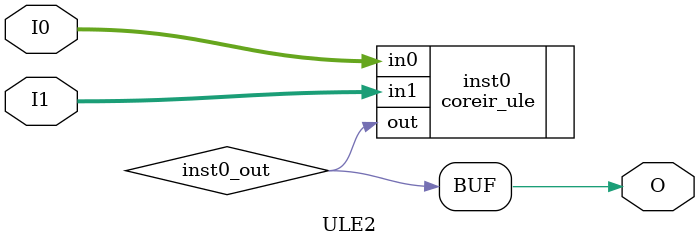
<source format=v>
module ULE2 (input [1:0] I0, input [1:0] I1, output  O);
wire  inst0_out;
coreir_ule inst0 (.in0(I0), .in1(I1), .out(inst0_out));
assign O = inst0_out;
endmodule


</source>
